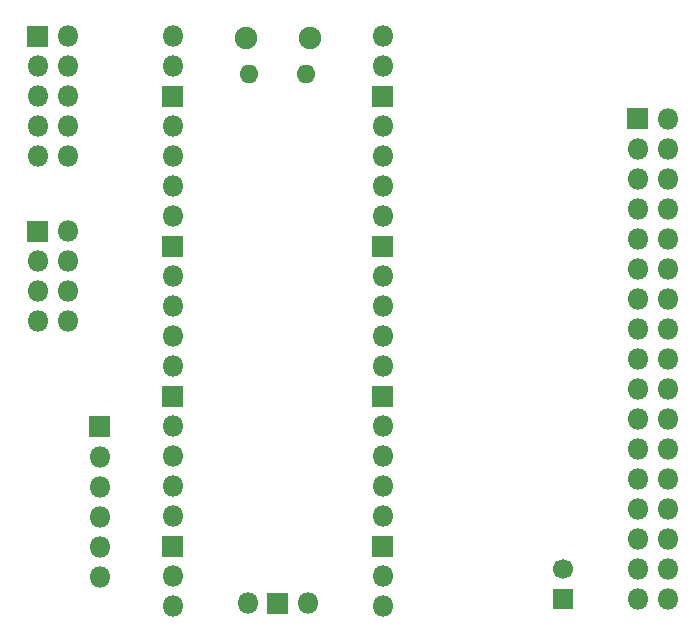
<source format=gbs>
G04 #@! TF.GenerationSoftware,KiCad,Pcbnew,(5.1.10)-1*
G04 #@! TF.CreationDate,2021-07-28T22:28:55+09:30*
G04 #@! TF.ProjectId,FilestoreE01-SSD,46696c65-7374-46f7-9265-4530312d5353,rev?*
G04 #@! TF.SameCoordinates,Original*
G04 #@! TF.FileFunction,Soldermask,Bot*
G04 #@! TF.FilePolarity,Negative*
%FSLAX46Y46*%
G04 Gerber Fmt 4.6, Leading zero omitted, Abs format (unit mm)*
G04 Created by KiCad (PCBNEW (5.1.10)-1) date 2021-07-28 22:28:55*
%MOMM*%
%LPD*%
G01*
G04 APERTURE LIST*
%ADD10O,1.800000X1.800000*%
%ADD11O,1.600000X1.600000*%
%ADD12O,1.900000X1.900000*%
%ADD13C,1.700000*%
G04 APERTURE END LIST*
D10*
X138430000Y-114705000D03*
G36*
G01*
X134990000Y-115555000D02*
X134990000Y-113855000D01*
G75*
G02*
X135040000Y-113805000I50000J0D01*
G01*
X136740000Y-113805000D01*
G75*
G02*
X136790000Y-113855000I0J-50000D01*
G01*
X136790000Y-115555000D01*
G75*
G02*
X136740000Y-115605000I-50000J0D01*
G01*
X135040000Y-115605000D01*
G75*
G02*
X134990000Y-115555000I0J50000D01*
G01*
G37*
X133350000Y-114705000D03*
D11*
X138315000Y-69835000D03*
X133465000Y-69835000D03*
D12*
X138615000Y-66805000D03*
X133165000Y-66805000D03*
D10*
X144780000Y-66675000D03*
X144780000Y-69215000D03*
G36*
G01*
X143880000Y-72605000D02*
X143880000Y-70905000D01*
G75*
G02*
X143930000Y-70855000I50000J0D01*
G01*
X145630000Y-70855000D01*
G75*
G02*
X145680000Y-70905000I0J-50000D01*
G01*
X145680000Y-72605000D01*
G75*
G02*
X145630000Y-72655000I-50000J0D01*
G01*
X143930000Y-72655000D01*
G75*
G02*
X143880000Y-72605000I0J50000D01*
G01*
G37*
X144780000Y-74295000D03*
X144780000Y-76835000D03*
X144780000Y-79375000D03*
X144780000Y-81915000D03*
G36*
G01*
X143880000Y-85305000D02*
X143880000Y-83605000D01*
G75*
G02*
X143930000Y-83555000I50000J0D01*
G01*
X145630000Y-83555000D01*
G75*
G02*
X145680000Y-83605000I0J-50000D01*
G01*
X145680000Y-85305000D01*
G75*
G02*
X145630000Y-85355000I-50000J0D01*
G01*
X143930000Y-85355000D01*
G75*
G02*
X143880000Y-85305000I0J50000D01*
G01*
G37*
X144780000Y-86995000D03*
X144780000Y-89535000D03*
X144780000Y-92075000D03*
X144780000Y-94615000D03*
G36*
G01*
X143880000Y-98005000D02*
X143880000Y-96305000D01*
G75*
G02*
X143930000Y-96255000I50000J0D01*
G01*
X145630000Y-96255000D01*
G75*
G02*
X145680000Y-96305000I0J-50000D01*
G01*
X145680000Y-98005000D01*
G75*
G02*
X145630000Y-98055000I-50000J0D01*
G01*
X143930000Y-98055000D01*
G75*
G02*
X143880000Y-98005000I0J50000D01*
G01*
G37*
X144780000Y-99695000D03*
X144780000Y-102235000D03*
X144780000Y-104775000D03*
X144780000Y-107315000D03*
G36*
G01*
X143880000Y-110705000D02*
X143880000Y-109005000D01*
G75*
G02*
X143930000Y-108955000I50000J0D01*
G01*
X145630000Y-108955000D01*
G75*
G02*
X145680000Y-109005000I0J-50000D01*
G01*
X145680000Y-110705000D01*
G75*
G02*
X145630000Y-110755000I-50000J0D01*
G01*
X143930000Y-110755000D01*
G75*
G02*
X143880000Y-110705000I0J50000D01*
G01*
G37*
X144780000Y-112395000D03*
X144780000Y-114935000D03*
X127000000Y-114935000D03*
X127000000Y-112395000D03*
G36*
G01*
X126100000Y-110705000D02*
X126100000Y-109005000D01*
G75*
G02*
X126150000Y-108955000I50000J0D01*
G01*
X127850000Y-108955000D01*
G75*
G02*
X127900000Y-109005000I0J-50000D01*
G01*
X127900000Y-110705000D01*
G75*
G02*
X127850000Y-110755000I-50000J0D01*
G01*
X126150000Y-110755000D01*
G75*
G02*
X126100000Y-110705000I0J50000D01*
G01*
G37*
X127000000Y-107315000D03*
X127000000Y-104775000D03*
X127000000Y-102235000D03*
X127000000Y-99695000D03*
G36*
G01*
X126100000Y-98005000D02*
X126100000Y-96305000D01*
G75*
G02*
X126150000Y-96255000I50000J0D01*
G01*
X127850000Y-96255000D01*
G75*
G02*
X127900000Y-96305000I0J-50000D01*
G01*
X127900000Y-98005000D01*
G75*
G02*
X127850000Y-98055000I-50000J0D01*
G01*
X126150000Y-98055000D01*
G75*
G02*
X126100000Y-98005000I0J50000D01*
G01*
G37*
X127000000Y-94615000D03*
X127000000Y-92075000D03*
X127000000Y-89535000D03*
X127000000Y-86995000D03*
G36*
G01*
X126100000Y-85305000D02*
X126100000Y-83605000D01*
G75*
G02*
X126150000Y-83555000I50000J0D01*
G01*
X127850000Y-83555000D01*
G75*
G02*
X127900000Y-83605000I0J-50000D01*
G01*
X127900000Y-85305000D01*
G75*
G02*
X127850000Y-85355000I-50000J0D01*
G01*
X126150000Y-85355000D01*
G75*
G02*
X126100000Y-85305000I0J50000D01*
G01*
G37*
X127000000Y-81915000D03*
X127000000Y-79375000D03*
X127000000Y-76835000D03*
X127000000Y-74295000D03*
G36*
G01*
X126100000Y-72605000D02*
X126100000Y-70905000D01*
G75*
G02*
X126150000Y-70855000I50000J0D01*
G01*
X127850000Y-70855000D01*
G75*
G02*
X127900000Y-70905000I0J-50000D01*
G01*
X127900000Y-72605000D01*
G75*
G02*
X127850000Y-72655000I-50000J0D01*
G01*
X126150000Y-72655000D01*
G75*
G02*
X126100000Y-72605000I0J50000D01*
G01*
G37*
X127000000Y-69215000D03*
X127000000Y-66675000D03*
X168910000Y-114300000D03*
X166370000Y-114300000D03*
X168910000Y-111760000D03*
X166370000Y-111760000D03*
X168910000Y-109220000D03*
X166370000Y-109220000D03*
X168910000Y-106680000D03*
X166370000Y-106680000D03*
X168910000Y-104140000D03*
X166370000Y-104140000D03*
X168910000Y-101600000D03*
X166370000Y-101600000D03*
X168910000Y-99060000D03*
X166370000Y-99060000D03*
X168910000Y-96520000D03*
X166370000Y-96520000D03*
X168910000Y-93980000D03*
X166370000Y-93980000D03*
X168910000Y-91440000D03*
X166370000Y-91440000D03*
X168910000Y-88900000D03*
X166370000Y-88900000D03*
X168910000Y-86360000D03*
X166370000Y-86360000D03*
X168910000Y-83820000D03*
X166370000Y-83820000D03*
X168910000Y-81280000D03*
X166370000Y-81280000D03*
X168910000Y-78740000D03*
X166370000Y-78740000D03*
X168910000Y-76200000D03*
X166370000Y-76200000D03*
X168910000Y-73660000D03*
G36*
G01*
X165470000Y-74510000D02*
X165470000Y-72810000D01*
G75*
G02*
X165520000Y-72760000I50000J0D01*
G01*
X167220000Y-72760000D01*
G75*
G02*
X167270000Y-72810000I0J-50000D01*
G01*
X167270000Y-74510000D01*
G75*
G02*
X167220000Y-74560000I-50000J0D01*
G01*
X165520000Y-74560000D01*
G75*
G02*
X165470000Y-74510000I0J50000D01*
G01*
G37*
X120815100Y-112435640D03*
X120815100Y-109895640D03*
X120815100Y-107355640D03*
X120815100Y-104815640D03*
X120815100Y-102275640D03*
G36*
G01*
X119915100Y-100585640D02*
X119915100Y-98885640D01*
G75*
G02*
X119965100Y-98835640I50000J0D01*
G01*
X121665100Y-98835640D01*
G75*
G02*
X121715100Y-98885640I0J-50000D01*
G01*
X121715100Y-100585640D01*
G75*
G02*
X121665100Y-100635640I-50000J0D01*
G01*
X119965100Y-100635640D01*
G75*
G02*
X119915100Y-100585640I0J50000D01*
G01*
G37*
X118110000Y-90805000D03*
X115570000Y-90805000D03*
X118110000Y-88265000D03*
X115570000Y-88265000D03*
X118110000Y-85725000D03*
X115570000Y-85725000D03*
X118110000Y-83185000D03*
G36*
G01*
X114670000Y-84035000D02*
X114670000Y-82335000D01*
G75*
G02*
X114720000Y-82285000I50000J0D01*
G01*
X116420000Y-82285000D01*
G75*
G02*
X116470000Y-82335000I0J-50000D01*
G01*
X116470000Y-84035000D01*
G75*
G02*
X116420000Y-84085000I-50000J0D01*
G01*
X114720000Y-84085000D01*
G75*
G02*
X114670000Y-84035000I0J50000D01*
G01*
G37*
X118110000Y-76835000D03*
X115570000Y-76835000D03*
X118110000Y-74295000D03*
X115570000Y-74295000D03*
X118110000Y-71755000D03*
X115570000Y-71755000D03*
X118110000Y-69215000D03*
X115570000Y-69215000D03*
X118110000Y-66675000D03*
G36*
G01*
X114670000Y-67525000D02*
X114670000Y-65825000D01*
G75*
G02*
X114720000Y-65775000I50000J0D01*
G01*
X116420000Y-65775000D01*
G75*
G02*
X116470000Y-65825000I0J-50000D01*
G01*
X116470000Y-67525000D01*
G75*
G02*
X116420000Y-67575000I-50000J0D01*
G01*
X114720000Y-67575000D01*
G75*
G02*
X114670000Y-67525000I0J50000D01*
G01*
G37*
D13*
X160020000Y-111800000D03*
G36*
G01*
X160820000Y-115150000D02*
X159220000Y-115150000D01*
G75*
G02*
X159170000Y-115100000I0J50000D01*
G01*
X159170000Y-113500000D01*
G75*
G02*
X159220000Y-113450000I50000J0D01*
G01*
X160820000Y-113450000D01*
G75*
G02*
X160870000Y-113500000I0J-50000D01*
G01*
X160870000Y-115100000D01*
G75*
G02*
X160820000Y-115150000I-50000J0D01*
G01*
G37*
M02*

</source>
